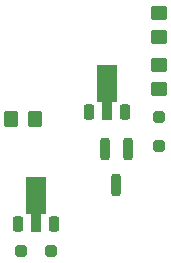
<source format=gbr>
%TF.GenerationSoftware,KiCad,Pcbnew,9.0.0*%
%TF.CreationDate,2025-02-28T18:37:17+01:00*%
%TF.ProjectId,C-Audio HV-CCS,432d4175-6469-46f2-9048-562d4343532e,rev?*%
%TF.SameCoordinates,Original*%
%TF.FileFunction,Paste,Top*%
%TF.FilePolarity,Positive*%
%FSLAX46Y46*%
G04 Gerber Fmt 4.6, Leading zero omitted, Abs format (unit mm)*
G04 Created by KiCad (PCBNEW 9.0.0) date 2025-02-28 18:37:17*
%MOMM*%
%LPD*%
G01*
G04 APERTURE LIST*
G04 Aperture macros list*
%AMRoundRect*
0 Rectangle with rounded corners*
0 $1 Rounding radius*
0 $2 $3 $4 $5 $6 $7 $8 $9 X,Y pos of 4 corners*
0 Add a 4 corners polygon primitive as box body*
4,1,4,$2,$3,$4,$5,$6,$7,$8,$9,$2,$3,0*
0 Add four circle primitives for the rounded corners*
1,1,$1+$1,$2,$3*
1,1,$1+$1,$4,$5*
1,1,$1+$1,$6,$7*
1,1,$1+$1,$8,$9*
0 Add four rect primitives between the rounded corners*
20,1,$1+$1,$2,$3,$4,$5,0*
20,1,$1+$1,$4,$5,$6,$7,0*
20,1,$1+$1,$6,$7,$8,$9,0*
20,1,$1+$1,$8,$9,$2,$3,0*%
%AMFreePoly0*
4,1,9,3.862500,-0.866500,0.737500,-0.866500,0.737500,-0.450000,-0.737500,-0.450000,-0.737500,0.450000,0.737500,0.450000,0.737500,0.866500,3.862500,0.866500,3.862500,-0.866500,3.862500,-0.866500,$1*%
G04 Aperture macros list end*
%ADD10RoundRect,0.250000X0.450000X-0.350000X0.450000X0.350000X-0.450000X0.350000X-0.450000X-0.350000X0*%
%ADD11RoundRect,0.200000X-0.200000X0.750000X-0.200000X-0.750000X0.200000X-0.750000X0.200000X0.750000X0*%
%ADD12RoundRect,0.250000X-0.250000X0.250000X-0.250000X-0.250000X0.250000X-0.250000X0.250000X0.250000X0*%
%ADD13RoundRect,0.250000X-0.350000X-0.450000X0.350000X-0.450000X0.350000X0.450000X-0.350000X0.450000X0*%
%ADD14RoundRect,0.225000X0.225000X-0.425000X0.225000X0.425000X-0.225000X0.425000X-0.225000X-0.425000X0*%
%ADD15FreePoly0,90.000000*%
%ADD16RoundRect,0.250000X-0.450000X0.350000X-0.450000X-0.350000X0.450000X-0.350000X0.450000X0.350000X0*%
%ADD17RoundRect,0.250000X0.250000X0.250000X-0.250000X0.250000X-0.250000X-0.250000X0.250000X-0.250000X0*%
G04 APERTURE END LIST*
D10*
%TO.C,R2*%
X154000000Y-103000000D03*
X154000000Y-101000000D03*
%TD*%
D11*
%TO.C,Q5*%
X151350000Y-108100000D03*
X149450000Y-108100000D03*
X150400000Y-111100000D03*
%TD*%
D12*
%TO.C,D1*%
X154000000Y-105350001D03*
X154000000Y-107849999D03*
%TD*%
D13*
%TO.C,R1*%
X141500000Y-105550000D03*
X143500000Y-105550000D03*
%TD*%
D14*
%TO.C,Q1*%
X142100000Y-114450000D03*
D15*
X143600000Y-114362499D03*
D14*
X145100000Y-114450000D03*
%TD*%
D16*
%TO.C,R3*%
X154000000Y-96600000D03*
X154000000Y-98600000D03*
%TD*%
D17*
%TO.C,D2*%
X144849999Y-116700000D03*
X142350001Y-116700000D03*
%TD*%
D14*
%TO.C,Q3*%
X148100000Y-104950000D03*
D15*
X149600000Y-104862499D03*
D14*
X151100000Y-104950000D03*
%TD*%
M02*

</source>
